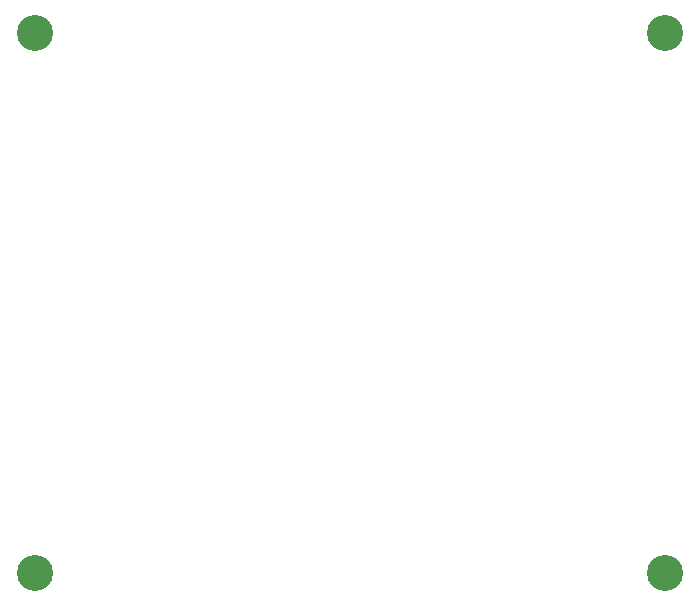
<source format=gbr>
%TF.GenerationSoftware,Altium Limited,Altium Designer,22.6.1 (34)*%
G04 Layer_Color=0*
%FSLAX26Y26*%
%MOIN*%
%TF.SameCoordinates,2B337168-DF0E-4336-AB3C-9C7F5D13073F*%
%TF.FilePolarity,Positive*%
%TF.FileFunction,NonPlated,1,2,NPTH,Drill*%
%TF.Part,Single*%
G01*
G75*
%TA.AperFunction,OtherDrill,Pad Free-1 (1100mil,2700mil)*%
%ADD73C,0.120000*%
%TA.AperFunction,OtherDrill,Pad Free-1 (1100mil,900mil)*%
%ADD74C,0.120000*%
%TA.AperFunction,OtherDrill,Pad Free-1 (3200mil,900mil)*%
%ADD75C,0.120000*%
%TA.AperFunction,OtherDrill,Pad Free-1 (3200mil,2700mil)*%
%ADD76C,0.120000*%
D73*
X1100000Y2700000D02*
D03*
D74*
Y900000D02*
D03*
D75*
X3200000D02*
D03*
D76*
Y2700000D02*
D03*
%TF.MD5,0826ccb07b1a21ed5c4cd85ded43ccf0*%
M02*

</source>
